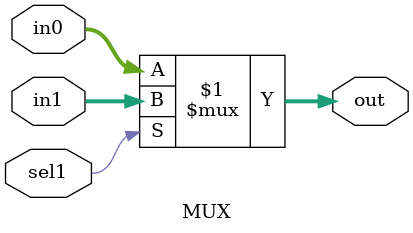
<source format=v>
`timescale 1ns / 1ps
module MUX(out,in0,in1,sel1);
input [15:0] in0,in1;
input sel1;
output [15:0] out;
assign out=sel1?in1:in0;
endmodule

</source>
